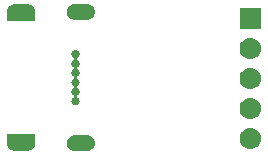
<source format=gbr>
G04 #@! TF.GenerationSoftware,KiCad,Pcbnew,5.1.1*
G04 #@! TF.CreationDate,2019-04-20T22:30:45+02:00*
G04 #@! TF.ProjectId,darling,6461726c-696e-4672-9e6b-696361645f70,rev?*
G04 #@! TF.SameCoordinates,Original*
G04 #@! TF.FileFunction,Soldermask,Bot*
G04 #@! TF.FilePolarity,Negative*
%FSLAX46Y46*%
G04 Gerber Fmt 4.6, Leading zero omitted, Abs format (unit mm)*
G04 Created by KiCad (PCBNEW 5.1.1) date 2019-04-20 22:30:45*
%MOMM*%
%LPD*%
G04 APERTURE LIST*
%ADD10C,0.100000*%
G04 APERTURE END LIST*
D10*
G36*
X120759802Y-128250723D02*
G01*
X120769225Y-128253581D01*
X120769227Y-128253582D01*
X120777913Y-128258225D01*
X120777914Y-128258226D01*
X120777916Y-128258227D01*
X120785527Y-128264473D01*
X120791773Y-128272084D01*
X120796419Y-128280775D01*
X120799277Y-128290198D01*
X120800847Y-128306141D01*
X120800847Y-129043856D01*
X120800798Y-129044354D01*
X120800358Y-129053988D01*
X120800325Y-129053987D01*
X120799734Y-129068089D01*
X120792110Y-129151851D01*
X120790356Y-129163440D01*
X120788528Y-129172346D01*
X120788189Y-129174058D01*
X120786449Y-129183181D01*
X120783838Y-129193971D01*
X120760103Y-129274617D01*
X120756129Y-129285653D01*
X120752613Y-129294019D01*
X120751952Y-129295623D01*
X120748456Y-129304274D01*
X120743806Y-129314337D01*
X120704864Y-129388825D01*
X120698815Y-129398894D01*
X120693745Y-129406410D01*
X120692770Y-129407877D01*
X120687664Y-129415680D01*
X120681163Y-129424630D01*
X120628477Y-129490158D01*
X120620599Y-129498845D01*
X120614138Y-129505261D01*
X120612909Y-129506498D01*
X120606388Y-129513157D01*
X120598279Y-129520666D01*
X120533839Y-129574738D01*
X120524472Y-129581692D01*
X120516844Y-129586760D01*
X120515405Y-129587731D01*
X120507743Y-129592977D01*
X120498324Y-129598772D01*
X120424601Y-129639302D01*
X120414079Y-129644296D01*
X120405655Y-129647768D01*
X120404046Y-129648445D01*
X120395474Y-129652119D01*
X120385086Y-129655982D01*
X120304962Y-129681398D01*
X120293572Y-129684280D01*
X120284649Y-129686047D01*
X120282939Y-129686398D01*
X120273854Y-129688329D01*
X120262908Y-129690102D01*
X120179378Y-129699472D01*
X120169084Y-129700012D01*
X120168653Y-129700035D01*
X120154632Y-129700819D01*
X120151535Y-129700841D01*
X120150953Y-129700843D01*
X120150082Y-129700843D01*
X120149917Y-129700847D01*
X119050700Y-129700847D01*
X119040439Y-129700237D01*
X119039130Y-129700166D01*
X119027347Y-129699589D01*
X118943703Y-129691388D01*
X118932103Y-129689550D01*
X118923226Y-129687664D01*
X118921520Y-129687314D01*
X118912364Y-129685501D01*
X118901625Y-129682824D01*
X118821376Y-129658596D01*
X118821085Y-129658503D01*
X118810120Y-129654469D01*
X118801713Y-129650866D01*
X118800104Y-129650190D01*
X118791549Y-129646664D01*
X118781518Y-129641944D01*
X118707319Y-129602492D01*
X118697282Y-129596365D01*
X118689849Y-129591275D01*
X118688400Y-129590298D01*
X118680586Y-129585107D01*
X118671654Y-129578521D01*
X118606514Y-129525393D01*
X118597882Y-129517455D01*
X118591516Y-129510955D01*
X118590297Y-129509728D01*
X118583681Y-129503157D01*
X118576215Y-129494979D01*
X118522612Y-129430186D01*
X118515697Y-129420736D01*
X118510724Y-129413137D01*
X118509759Y-129411685D01*
X118504545Y-129403955D01*
X118498809Y-129394484D01*
X118458797Y-129320483D01*
X118453867Y-129309904D01*
X118450461Y-129301474D01*
X118449798Y-129299866D01*
X118446182Y-129291263D01*
X118442396Y-129280860D01*
X118417466Y-129200324D01*
X118417290Y-129199549D01*
X118414734Y-129189146D01*
X118413027Y-129180201D01*
X118412691Y-129178505D01*
X118410818Y-129169379D01*
X118409125Y-129158440D01*
X118400337Y-129074830D01*
X118399806Y-129063114D01*
X118399842Y-129057893D01*
X118399243Y-129044771D01*
X118399153Y-129043857D01*
X118399153Y-128306141D01*
X118400723Y-128290198D01*
X118403581Y-128280775D01*
X118408227Y-128272084D01*
X118414473Y-128264473D01*
X118422084Y-128258227D01*
X118422086Y-128258226D01*
X118422087Y-128258225D01*
X118430773Y-128253582D01*
X118430775Y-128253581D01*
X118440198Y-128250723D01*
X118456141Y-128249153D01*
X120743859Y-128249153D01*
X120759802Y-128250723D01*
X120759802Y-128250723D01*
G37*
G36*
X125315486Y-128408229D02*
G01*
X125327423Y-128409405D01*
X125388685Y-128427989D01*
X125449948Y-128446573D01*
X125562868Y-128506930D01*
X125661843Y-128588157D01*
X125743070Y-128687132D01*
X125803427Y-128800052D01*
X125840595Y-128922578D01*
X125853145Y-129050000D01*
X125843052Y-129152471D01*
X125840595Y-129177423D01*
X125839752Y-129180201D01*
X125803427Y-129299948D01*
X125743070Y-129412868D01*
X125661843Y-129511843D01*
X125562868Y-129593070D01*
X125449948Y-129653427D01*
X125388685Y-129672011D01*
X125327423Y-129690595D01*
X125319371Y-129691388D01*
X125231932Y-129700000D01*
X124068068Y-129700000D01*
X123980629Y-129691388D01*
X123972577Y-129690595D01*
X123911315Y-129672011D01*
X123850052Y-129653427D01*
X123737132Y-129593070D01*
X123638157Y-129511843D01*
X123556930Y-129412868D01*
X123496573Y-129299948D01*
X123460248Y-129180201D01*
X123459405Y-129177423D01*
X123456948Y-129152471D01*
X123446855Y-129050000D01*
X123459405Y-128922578D01*
X123496573Y-128800052D01*
X123556930Y-128687132D01*
X123638157Y-128588157D01*
X123737132Y-128506930D01*
X123850052Y-128446573D01*
X123911315Y-128427989D01*
X123972577Y-128409405D01*
X123984514Y-128408229D01*
X124068068Y-128400000D01*
X125231932Y-128400000D01*
X125315486Y-128408229D01*
X125315486Y-128408229D01*
G37*
G36*
X139110443Y-127765519D02*
G01*
X139176627Y-127772037D01*
X139346466Y-127823557D01*
X139502991Y-127907222D01*
X139538729Y-127936552D01*
X139640186Y-128019814D01*
X139723448Y-128121271D01*
X139752778Y-128157009D01*
X139752779Y-128157011D01*
X139806880Y-128258225D01*
X139836443Y-128313534D01*
X139887963Y-128483373D01*
X139905359Y-128660000D01*
X139887963Y-128836627D01*
X139861890Y-128922577D01*
X139836442Y-129006468D01*
X139807774Y-129060102D01*
X139752778Y-129162991D01*
X139738654Y-129180201D01*
X139640186Y-129300186D01*
X139538729Y-129383448D01*
X139502991Y-129412778D01*
X139346466Y-129496443D01*
X139176627Y-129547963D01*
X139110443Y-129554481D01*
X139044260Y-129561000D01*
X138955740Y-129561000D01*
X138889557Y-129554481D01*
X138823373Y-129547963D01*
X138653534Y-129496443D01*
X138497009Y-129412778D01*
X138461271Y-129383448D01*
X138359814Y-129300186D01*
X138261346Y-129180201D01*
X138247222Y-129162991D01*
X138192226Y-129060102D01*
X138163558Y-129006468D01*
X138138110Y-128922577D01*
X138112037Y-128836627D01*
X138094641Y-128660000D01*
X138112037Y-128483373D01*
X138163557Y-128313534D01*
X138193121Y-128258225D01*
X138247221Y-128157011D01*
X138247222Y-128157009D01*
X138276552Y-128121271D01*
X138359814Y-128019814D01*
X138461271Y-127936552D01*
X138497009Y-127907222D01*
X138653534Y-127823557D01*
X138823373Y-127772037D01*
X138889557Y-127765519D01*
X138955740Y-127759000D01*
X139044260Y-127759000D01*
X139110443Y-127765519D01*
X139110443Y-127765519D01*
G37*
G36*
X139110442Y-125225518D02*
G01*
X139176627Y-125232037D01*
X139346466Y-125283557D01*
X139502991Y-125367222D01*
X139538729Y-125396552D01*
X139640186Y-125479814D01*
X139723448Y-125581271D01*
X139752778Y-125617009D01*
X139836443Y-125773534D01*
X139887963Y-125943373D01*
X139905359Y-126120000D01*
X139887963Y-126296627D01*
X139836443Y-126466466D01*
X139752778Y-126622991D01*
X139723448Y-126658729D01*
X139640186Y-126760186D01*
X139538729Y-126843448D01*
X139502991Y-126872778D01*
X139346466Y-126956443D01*
X139176627Y-127007963D01*
X139110442Y-127014482D01*
X139044260Y-127021000D01*
X138955740Y-127021000D01*
X138889558Y-127014482D01*
X138823373Y-127007963D01*
X138653534Y-126956443D01*
X138497009Y-126872778D01*
X138461271Y-126843448D01*
X138359814Y-126760186D01*
X138276552Y-126658729D01*
X138247222Y-126622991D01*
X138163557Y-126466466D01*
X138112037Y-126296627D01*
X138094641Y-126120000D01*
X138112037Y-125943373D01*
X138163557Y-125773534D01*
X138247222Y-125617009D01*
X138276552Y-125581271D01*
X138359814Y-125479814D01*
X138461271Y-125396552D01*
X138497009Y-125367222D01*
X138653534Y-125283557D01*
X138823373Y-125232037D01*
X138889558Y-125225518D01*
X138955740Y-125219000D01*
X139044260Y-125219000D01*
X139110442Y-125225518D01*
X139110442Y-125225518D01*
G37*
G36*
X124251377Y-121153363D02*
G01*
X124302091Y-121163450D01*
X124365787Y-121189834D01*
X124423112Y-121228137D01*
X124471863Y-121276888D01*
X124510166Y-121334213D01*
X124536550Y-121397909D01*
X124546637Y-121448623D01*
X124550000Y-121465527D01*
X124550000Y-121534473D01*
X124546637Y-121551377D01*
X124536550Y-121602091D01*
X124510166Y-121665787D01*
X124471863Y-121723112D01*
X124423112Y-121771863D01*
X124423109Y-121771865D01*
X124386888Y-121796067D01*
X124367946Y-121811612D01*
X124352400Y-121830554D01*
X124340849Y-121852165D01*
X124333736Y-121875613D01*
X124331334Y-121900000D01*
X124333736Y-121924386D01*
X124340849Y-121947835D01*
X124352400Y-121969445D01*
X124367945Y-121988387D01*
X124386888Y-122003933D01*
X124423112Y-122028137D01*
X124471863Y-122076888D01*
X124510166Y-122134213D01*
X124536550Y-122197909D01*
X124550000Y-122265528D01*
X124550000Y-122334472D01*
X124536550Y-122402091D01*
X124510166Y-122465787D01*
X124471863Y-122523112D01*
X124423112Y-122571863D01*
X124423109Y-122571865D01*
X124386888Y-122596067D01*
X124367946Y-122611612D01*
X124352400Y-122630554D01*
X124340849Y-122652165D01*
X124333736Y-122675613D01*
X124331334Y-122700000D01*
X124333736Y-122724386D01*
X124340849Y-122747835D01*
X124352400Y-122769445D01*
X124367945Y-122788387D01*
X124386888Y-122803933D01*
X124423112Y-122828137D01*
X124471863Y-122876888D01*
X124510166Y-122934213D01*
X124536550Y-122997909D01*
X124550000Y-123065528D01*
X124550000Y-123134472D01*
X124536550Y-123202091D01*
X124510166Y-123265787D01*
X124471863Y-123323112D01*
X124423112Y-123371863D01*
X124423109Y-123371865D01*
X124386888Y-123396067D01*
X124367946Y-123411612D01*
X124352400Y-123430554D01*
X124340849Y-123452165D01*
X124333736Y-123475613D01*
X124331334Y-123500000D01*
X124333736Y-123524386D01*
X124340849Y-123547835D01*
X124352400Y-123569445D01*
X124367945Y-123588387D01*
X124386888Y-123603933D01*
X124423112Y-123628137D01*
X124471863Y-123676888D01*
X124510166Y-123734213D01*
X124536550Y-123797909D01*
X124550000Y-123865528D01*
X124550000Y-123934472D01*
X124536550Y-124002091D01*
X124510166Y-124065787D01*
X124471863Y-124123112D01*
X124423112Y-124171863D01*
X124423109Y-124171865D01*
X124386888Y-124196067D01*
X124367946Y-124211612D01*
X124352400Y-124230554D01*
X124340849Y-124252165D01*
X124333736Y-124275613D01*
X124331334Y-124300000D01*
X124333736Y-124324386D01*
X124340849Y-124347835D01*
X124352400Y-124369445D01*
X124367945Y-124388387D01*
X124386888Y-124403933D01*
X124423112Y-124428137D01*
X124471863Y-124476888D01*
X124510166Y-124534213D01*
X124536550Y-124597909D01*
X124550000Y-124665528D01*
X124550000Y-124734472D01*
X124536550Y-124802091D01*
X124510166Y-124865787D01*
X124471863Y-124923112D01*
X124423112Y-124971863D01*
X124423109Y-124971865D01*
X124386888Y-124996067D01*
X124367946Y-125011612D01*
X124352400Y-125030554D01*
X124340849Y-125052165D01*
X124333736Y-125075613D01*
X124331334Y-125100000D01*
X124333736Y-125124386D01*
X124340849Y-125147835D01*
X124352400Y-125169445D01*
X124367945Y-125188387D01*
X124386888Y-125203933D01*
X124423112Y-125228137D01*
X124471863Y-125276888D01*
X124510166Y-125334213D01*
X124536550Y-125397909D01*
X124550000Y-125465528D01*
X124550000Y-125534472D01*
X124536550Y-125602091D01*
X124510166Y-125665787D01*
X124471863Y-125723112D01*
X124423112Y-125771863D01*
X124365787Y-125810166D01*
X124302091Y-125836550D01*
X124251377Y-125846638D01*
X124234473Y-125850000D01*
X124165527Y-125850000D01*
X124148623Y-125846638D01*
X124097909Y-125836550D01*
X124034213Y-125810166D01*
X123976888Y-125771863D01*
X123928137Y-125723112D01*
X123889834Y-125665787D01*
X123863450Y-125602091D01*
X123850000Y-125534472D01*
X123850000Y-125465528D01*
X123863450Y-125397909D01*
X123889834Y-125334213D01*
X123928137Y-125276888D01*
X123976888Y-125228137D01*
X124013112Y-125203933D01*
X124032054Y-125188388D01*
X124047600Y-125169446D01*
X124059151Y-125147835D01*
X124066264Y-125124387D01*
X124068666Y-125100000D01*
X124066264Y-125075614D01*
X124059151Y-125052165D01*
X124047600Y-125030555D01*
X124032055Y-125011613D01*
X124013112Y-124996067D01*
X123976891Y-124971865D01*
X123976888Y-124971863D01*
X123928137Y-124923112D01*
X123889834Y-124865787D01*
X123863450Y-124802091D01*
X123850000Y-124734472D01*
X123850000Y-124665528D01*
X123863450Y-124597909D01*
X123889834Y-124534213D01*
X123928137Y-124476888D01*
X123976888Y-124428137D01*
X124013112Y-124403933D01*
X124032054Y-124388388D01*
X124047600Y-124369446D01*
X124059151Y-124347835D01*
X124066264Y-124324387D01*
X124068666Y-124300000D01*
X124066264Y-124275614D01*
X124059151Y-124252165D01*
X124047600Y-124230555D01*
X124032055Y-124211613D01*
X124013112Y-124196067D01*
X123976891Y-124171865D01*
X123976888Y-124171863D01*
X123928137Y-124123112D01*
X123889834Y-124065787D01*
X123863450Y-124002091D01*
X123850000Y-123934472D01*
X123850000Y-123865528D01*
X123863450Y-123797909D01*
X123889834Y-123734213D01*
X123928137Y-123676888D01*
X123976888Y-123628137D01*
X124013112Y-123603933D01*
X124032054Y-123588388D01*
X124047600Y-123569446D01*
X124059151Y-123547835D01*
X124066264Y-123524387D01*
X124068666Y-123500000D01*
X124066264Y-123475614D01*
X124059151Y-123452165D01*
X124047600Y-123430555D01*
X124032055Y-123411613D01*
X124013112Y-123396067D01*
X123976891Y-123371865D01*
X123976888Y-123371863D01*
X123928137Y-123323112D01*
X123889834Y-123265787D01*
X123863450Y-123202091D01*
X123850000Y-123134472D01*
X123850000Y-123065528D01*
X123863450Y-122997909D01*
X123889834Y-122934213D01*
X123928137Y-122876888D01*
X123976888Y-122828137D01*
X124013112Y-122803933D01*
X124032054Y-122788388D01*
X124047600Y-122769446D01*
X124059151Y-122747835D01*
X124066264Y-122724387D01*
X124068666Y-122700000D01*
X124066264Y-122675614D01*
X124059151Y-122652165D01*
X124047600Y-122630555D01*
X124032055Y-122611613D01*
X124013112Y-122596067D01*
X123976891Y-122571865D01*
X123976888Y-122571863D01*
X123928137Y-122523112D01*
X123889834Y-122465787D01*
X123863450Y-122402091D01*
X123850000Y-122334472D01*
X123850000Y-122265528D01*
X123863450Y-122197909D01*
X123889834Y-122134213D01*
X123928137Y-122076888D01*
X123976888Y-122028137D01*
X124013112Y-122003933D01*
X124032054Y-121988388D01*
X124047600Y-121969446D01*
X124059151Y-121947835D01*
X124066264Y-121924387D01*
X124068666Y-121900000D01*
X124066264Y-121875614D01*
X124059151Y-121852165D01*
X124047600Y-121830555D01*
X124032055Y-121811613D01*
X124013112Y-121796067D01*
X123976891Y-121771865D01*
X123976888Y-121771863D01*
X123928137Y-121723112D01*
X123889834Y-121665787D01*
X123863450Y-121602091D01*
X123853363Y-121551377D01*
X123850000Y-121534473D01*
X123850000Y-121465527D01*
X123853363Y-121448623D01*
X123863450Y-121397909D01*
X123889834Y-121334213D01*
X123928137Y-121276888D01*
X123976888Y-121228137D01*
X124034213Y-121189834D01*
X124097909Y-121163450D01*
X124148623Y-121153363D01*
X124165527Y-121150000D01*
X124234473Y-121150000D01*
X124251377Y-121153363D01*
X124251377Y-121153363D01*
G37*
G36*
X139110442Y-122685518D02*
G01*
X139176627Y-122692037D01*
X139346466Y-122743557D01*
X139502991Y-122827222D01*
X139538729Y-122856552D01*
X139640186Y-122939814D01*
X139723448Y-123041271D01*
X139752778Y-123077009D01*
X139836443Y-123233534D01*
X139887963Y-123403373D01*
X139905359Y-123580000D01*
X139887963Y-123756627D01*
X139836443Y-123926466D01*
X139752778Y-124082991D01*
X139723448Y-124118729D01*
X139640186Y-124220186D01*
X139542931Y-124300000D01*
X139502991Y-124332778D01*
X139346466Y-124416443D01*
X139176627Y-124467963D01*
X139110443Y-124474481D01*
X139044260Y-124481000D01*
X138955740Y-124481000D01*
X138889557Y-124474481D01*
X138823373Y-124467963D01*
X138653534Y-124416443D01*
X138497009Y-124332778D01*
X138457069Y-124300000D01*
X138359814Y-124220186D01*
X138276552Y-124118729D01*
X138247222Y-124082991D01*
X138163557Y-123926466D01*
X138112037Y-123756627D01*
X138094641Y-123580000D01*
X138112037Y-123403373D01*
X138163557Y-123233534D01*
X138247222Y-123077009D01*
X138276552Y-123041271D01*
X138359814Y-122939814D01*
X138461271Y-122856552D01*
X138497009Y-122827222D01*
X138653534Y-122743557D01*
X138823373Y-122692037D01*
X138889558Y-122685518D01*
X138955740Y-122679000D01*
X139044260Y-122679000D01*
X139110442Y-122685518D01*
X139110442Y-122685518D01*
G37*
G36*
X139110442Y-120145518D02*
G01*
X139176627Y-120152037D01*
X139346466Y-120203557D01*
X139502991Y-120287222D01*
X139538729Y-120316552D01*
X139640186Y-120399814D01*
X139723448Y-120501271D01*
X139752778Y-120537009D01*
X139836443Y-120693534D01*
X139887963Y-120863373D01*
X139905359Y-121040000D01*
X139887963Y-121216627D01*
X139836443Y-121386466D01*
X139752778Y-121542991D01*
X139723448Y-121578729D01*
X139640186Y-121680186D01*
X139538729Y-121763448D01*
X139502991Y-121792778D01*
X139346466Y-121876443D01*
X139176627Y-121927963D01*
X139110443Y-121934481D01*
X139044260Y-121941000D01*
X138955740Y-121941000D01*
X138889557Y-121934481D01*
X138823373Y-121927963D01*
X138653534Y-121876443D01*
X138497009Y-121792778D01*
X138461271Y-121763448D01*
X138359814Y-121680186D01*
X138276552Y-121578729D01*
X138247222Y-121542991D01*
X138163557Y-121386466D01*
X138112037Y-121216627D01*
X138094641Y-121040000D01*
X138112037Y-120863373D01*
X138163557Y-120693534D01*
X138247222Y-120537009D01*
X138276552Y-120501271D01*
X138359814Y-120399814D01*
X138461271Y-120316552D01*
X138497009Y-120287222D01*
X138653534Y-120203557D01*
X138823373Y-120152037D01*
X138889558Y-120145518D01*
X138955740Y-120139000D01*
X139044260Y-120139000D01*
X139110442Y-120145518D01*
X139110442Y-120145518D01*
G37*
G36*
X139901000Y-119401000D02*
G01*
X138099000Y-119401000D01*
X138099000Y-117599000D01*
X139901000Y-117599000D01*
X139901000Y-119401000D01*
X139901000Y-119401000D01*
G37*
G36*
X120159561Y-117299763D02*
G01*
X120160870Y-117299834D01*
X120172653Y-117300411D01*
X120256302Y-117308612D01*
X120267888Y-117310447D01*
X120276790Y-117312339D01*
X120278497Y-117312689D01*
X120287625Y-117314496D01*
X120298385Y-117317180D01*
X120378839Y-117341470D01*
X120389881Y-117345532D01*
X120398232Y-117349111D01*
X120399836Y-117349785D01*
X120408457Y-117353338D01*
X120418480Y-117358055D01*
X120492685Y-117397510D01*
X120502715Y-117403633D01*
X120510180Y-117408744D01*
X120511619Y-117409715D01*
X120519432Y-117414907D01*
X120528332Y-117421469D01*
X120593495Y-117474615D01*
X120602116Y-117482544D01*
X120608467Y-117489028D01*
X120609682Y-117490251D01*
X120616322Y-117496846D01*
X120623783Y-117505016D01*
X120677388Y-117569814D01*
X120684303Y-117579264D01*
X120689276Y-117586863D01*
X120690241Y-117588315D01*
X120695454Y-117596043D01*
X120701199Y-117605530D01*
X120741175Y-117679465D01*
X120746138Y-117690108D01*
X120749561Y-117698580D01*
X120750226Y-117700193D01*
X120753822Y-117708747D01*
X120757605Y-117719141D01*
X120782481Y-117799499D01*
X120785262Y-117810832D01*
X120786973Y-117819799D01*
X120787309Y-117821495D01*
X120789182Y-117830621D01*
X120790875Y-117841560D01*
X120799663Y-117925170D01*
X120800194Y-117936886D01*
X120800158Y-117942107D01*
X120800757Y-117955229D01*
X120800847Y-117956143D01*
X120800847Y-118693859D01*
X120799277Y-118709802D01*
X120796419Y-118719225D01*
X120791773Y-118727916D01*
X120785527Y-118735527D01*
X120777916Y-118741773D01*
X120777914Y-118741774D01*
X120777913Y-118741775D01*
X120769227Y-118746418D01*
X120769225Y-118746419D01*
X120759802Y-118749277D01*
X120743859Y-118750847D01*
X118456141Y-118750847D01*
X118440198Y-118749277D01*
X118430775Y-118746419D01*
X118430773Y-118746418D01*
X118422087Y-118741775D01*
X118422086Y-118741774D01*
X118422084Y-118741773D01*
X118414473Y-118735527D01*
X118408227Y-118727916D01*
X118403581Y-118719225D01*
X118400723Y-118709802D01*
X118399153Y-118693859D01*
X118399153Y-117956141D01*
X118399202Y-117955643D01*
X118399642Y-117946011D01*
X118399675Y-117946012D01*
X118400266Y-117931910D01*
X118407890Y-117848146D01*
X118409642Y-117836570D01*
X118411474Y-117827644D01*
X118411812Y-117825940D01*
X118413557Y-117816791D01*
X118416159Y-117806035D01*
X118439887Y-117725414D01*
X118443873Y-117714341D01*
X118447406Y-117705937D01*
X118448073Y-117704319D01*
X118451548Y-117695718D01*
X118456195Y-117685660D01*
X118495136Y-117611174D01*
X118501181Y-117601112D01*
X118506268Y-117593571D01*
X118507233Y-117592118D01*
X118512334Y-117584323D01*
X118518837Y-117575372D01*
X118571544Y-117509816D01*
X118579385Y-117501172D01*
X118585846Y-117494755D01*
X118587067Y-117493524D01*
X118593600Y-117486853D01*
X118601730Y-117479325D01*
X118666121Y-117425295D01*
X118675545Y-117418297D01*
X118683156Y-117413240D01*
X118684595Y-117412269D01*
X118692246Y-117407030D01*
X118701699Y-117401214D01*
X118775371Y-117360713D01*
X118785942Y-117355696D01*
X118794283Y-117352258D01*
X118795892Y-117351582D01*
X118804529Y-117347880D01*
X118814920Y-117344016D01*
X118895033Y-117318604D01*
X118906427Y-117315721D01*
X118915336Y-117313957D01*
X118917055Y-117313604D01*
X118926160Y-117311668D01*
X118937080Y-117309899D01*
X119020618Y-117300529D01*
X119030934Y-117299988D01*
X119031378Y-117299964D01*
X119045375Y-117299181D01*
X119048467Y-117299159D01*
X119049048Y-117299157D01*
X119049918Y-117299157D01*
X119050083Y-117299153D01*
X120149300Y-117299153D01*
X120159561Y-117299763D01*
X120159561Y-117299763D01*
G37*
G36*
X125315486Y-117308229D02*
G01*
X125327423Y-117309405D01*
X125357747Y-117318604D01*
X125449948Y-117346573D01*
X125562868Y-117406930D01*
X125661843Y-117488157D01*
X125743070Y-117587132D01*
X125803427Y-117700052D01*
X125822011Y-117761315D01*
X125840267Y-117821495D01*
X125840595Y-117822578D01*
X125853145Y-117950000D01*
X125840595Y-118077422D01*
X125803427Y-118199948D01*
X125743070Y-118312868D01*
X125661843Y-118411843D01*
X125562868Y-118493070D01*
X125449948Y-118553427D01*
X125388685Y-118572011D01*
X125327423Y-118590595D01*
X125315486Y-118591771D01*
X125231932Y-118600000D01*
X124068068Y-118600000D01*
X123984514Y-118591771D01*
X123972577Y-118590595D01*
X123911315Y-118572011D01*
X123850052Y-118553427D01*
X123737132Y-118493070D01*
X123638157Y-118411843D01*
X123556930Y-118312868D01*
X123496573Y-118199948D01*
X123459405Y-118077422D01*
X123446855Y-117950000D01*
X123459405Y-117822578D01*
X123459734Y-117821495D01*
X123477989Y-117761315D01*
X123496573Y-117700052D01*
X123556930Y-117587132D01*
X123638157Y-117488157D01*
X123737132Y-117406930D01*
X123850052Y-117346573D01*
X123942253Y-117318604D01*
X123972577Y-117309405D01*
X123984514Y-117308229D01*
X124068068Y-117300000D01*
X125231932Y-117300000D01*
X125315486Y-117308229D01*
X125315486Y-117308229D01*
G37*
M02*

</source>
